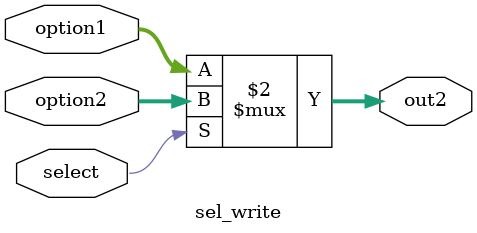
<source format=v>
module sel_write(option1,option2,select,out2);
    
    input [31:0] option1,option2;
    input select;
    output [31:0] out2;

    assign out2 = (select == 1'b0) ? option1 : option2 ;
endmodule
</source>
